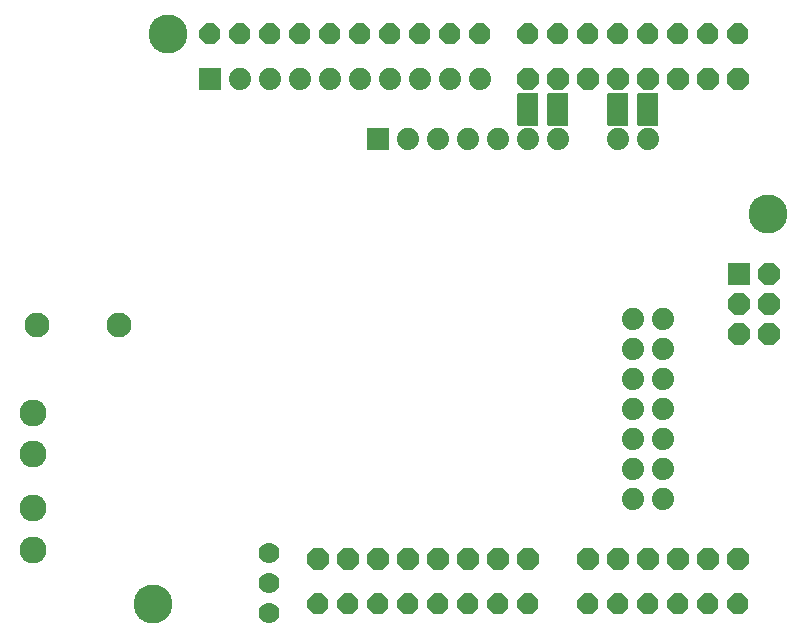
<source format=gbr>
G04 EAGLE Gerber RS-274X export*
G75*
%MOMM*%
%FSLAX34Y34*%
%LPD*%
%INSoldermask Bottom*%
%IPPOS*%
%AMOC8*
5,1,8,0,0,1.08239X$1,22.5*%
G01*
%ADD10C,3.301600*%
%ADD11P,1.924489X8X22.500000*%
%ADD12P,2.034460X8X22.500000*%
%ADD13R,1.879600X1.879600*%
%ADD14P,2.034460X8X292.500000*%
%ADD15C,1.879600*%
%ADD16P,2.034460X8X112.500000*%
%ADD17C,2.286000*%
%ADD18C,2.101600*%
%ADD19C,1.778000*%
%ADD20R,1.701800X1.270000*%
%ADD21R,0.304800X0.736600*%

G36*
X566538Y430546D02*
X566538Y430546D01*
X566657Y430553D01*
X566695Y430566D01*
X566736Y430571D01*
X566846Y430614D01*
X566959Y430651D01*
X566994Y430673D01*
X567031Y430688D01*
X567127Y430758D01*
X567228Y430821D01*
X567256Y430851D01*
X567289Y430874D01*
X567365Y430966D01*
X567446Y431053D01*
X567466Y431088D01*
X567491Y431119D01*
X567542Y431227D01*
X567600Y431331D01*
X567610Y431371D01*
X567627Y431407D01*
X567649Y431524D01*
X567679Y431639D01*
X567683Y431700D01*
X567687Y431720D01*
X567685Y431740D01*
X567689Y431800D01*
X567689Y457200D01*
X567674Y457318D01*
X567667Y457437D01*
X567654Y457475D01*
X567649Y457516D01*
X567606Y457626D01*
X567569Y457739D01*
X567547Y457774D01*
X567532Y457811D01*
X567463Y457907D01*
X567399Y458008D01*
X567369Y458036D01*
X567346Y458069D01*
X567254Y458145D01*
X567167Y458226D01*
X567132Y458246D01*
X567101Y458271D01*
X566993Y458322D01*
X566889Y458380D01*
X566849Y458390D01*
X566813Y458407D01*
X566696Y458429D01*
X566581Y458459D01*
X566521Y458463D01*
X566501Y458467D01*
X566480Y458465D01*
X566420Y458469D01*
X551180Y458469D01*
X551062Y458454D01*
X550943Y458447D01*
X550905Y458434D01*
X550864Y458429D01*
X550754Y458386D01*
X550641Y458349D01*
X550606Y458327D01*
X550569Y458312D01*
X550473Y458243D01*
X550372Y458179D01*
X550344Y458149D01*
X550311Y458126D01*
X550236Y458034D01*
X550154Y457947D01*
X550134Y457912D01*
X550109Y457881D01*
X550058Y457773D01*
X550000Y457669D01*
X549990Y457629D01*
X549973Y457593D01*
X549951Y457476D01*
X549921Y457361D01*
X549917Y457301D01*
X549913Y457281D01*
X549914Y457269D01*
X549913Y457266D01*
X549914Y457253D01*
X549911Y457200D01*
X549911Y431800D01*
X549926Y431682D01*
X549933Y431563D01*
X549946Y431525D01*
X549951Y431484D01*
X549994Y431374D01*
X550031Y431261D01*
X550053Y431226D01*
X550068Y431189D01*
X550138Y431093D01*
X550201Y430992D01*
X550231Y430964D01*
X550254Y430931D01*
X550346Y430856D01*
X550433Y430774D01*
X550468Y430754D01*
X550499Y430729D01*
X550607Y430678D01*
X550711Y430620D01*
X550751Y430610D01*
X550787Y430593D01*
X550904Y430571D01*
X551019Y430541D01*
X551080Y430537D01*
X551100Y430533D01*
X551120Y430535D01*
X551180Y430531D01*
X566420Y430531D01*
X566538Y430546D01*
G37*
G36*
X541138Y430546D02*
X541138Y430546D01*
X541257Y430553D01*
X541295Y430566D01*
X541336Y430571D01*
X541446Y430614D01*
X541559Y430651D01*
X541594Y430673D01*
X541631Y430688D01*
X541727Y430758D01*
X541828Y430821D01*
X541856Y430851D01*
X541889Y430874D01*
X541965Y430966D01*
X542046Y431053D01*
X542066Y431088D01*
X542091Y431119D01*
X542142Y431227D01*
X542200Y431331D01*
X542210Y431371D01*
X542227Y431407D01*
X542249Y431524D01*
X542279Y431639D01*
X542283Y431700D01*
X542287Y431720D01*
X542285Y431740D01*
X542289Y431800D01*
X542289Y457200D01*
X542274Y457318D01*
X542267Y457437D01*
X542254Y457475D01*
X542249Y457516D01*
X542206Y457626D01*
X542169Y457739D01*
X542147Y457774D01*
X542132Y457811D01*
X542063Y457907D01*
X541999Y458008D01*
X541969Y458036D01*
X541946Y458069D01*
X541854Y458145D01*
X541767Y458226D01*
X541732Y458246D01*
X541701Y458271D01*
X541593Y458322D01*
X541489Y458380D01*
X541449Y458390D01*
X541413Y458407D01*
X541296Y458429D01*
X541181Y458459D01*
X541121Y458463D01*
X541101Y458467D01*
X541080Y458465D01*
X541020Y458469D01*
X525780Y458469D01*
X525662Y458454D01*
X525543Y458447D01*
X525505Y458434D01*
X525464Y458429D01*
X525354Y458386D01*
X525241Y458349D01*
X525206Y458327D01*
X525169Y458312D01*
X525073Y458243D01*
X524972Y458179D01*
X524944Y458149D01*
X524911Y458126D01*
X524836Y458034D01*
X524754Y457947D01*
X524734Y457912D01*
X524709Y457881D01*
X524658Y457773D01*
X524600Y457669D01*
X524590Y457629D01*
X524573Y457593D01*
X524551Y457476D01*
X524521Y457361D01*
X524517Y457301D01*
X524513Y457281D01*
X524514Y457269D01*
X524513Y457266D01*
X524514Y457253D01*
X524511Y457200D01*
X524511Y431800D01*
X524526Y431682D01*
X524533Y431563D01*
X524546Y431525D01*
X524551Y431484D01*
X524594Y431374D01*
X524631Y431261D01*
X524653Y431226D01*
X524668Y431189D01*
X524738Y431093D01*
X524801Y430992D01*
X524831Y430964D01*
X524854Y430931D01*
X524946Y430856D01*
X525033Y430774D01*
X525068Y430754D01*
X525099Y430729D01*
X525207Y430678D01*
X525311Y430620D01*
X525351Y430610D01*
X525387Y430593D01*
X525504Y430571D01*
X525619Y430541D01*
X525680Y430537D01*
X525700Y430533D01*
X525720Y430535D01*
X525780Y430531D01*
X541020Y430531D01*
X541138Y430546D01*
G37*
G36*
X490338Y430546D02*
X490338Y430546D01*
X490457Y430553D01*
X490495Y430566D01*
X490536Y430571D01*
X490646Y430614D01*
X490759Y430651D01*
X490794Y430673D01*
X490831Y430688D01*
X490927Y430758D01*
X491028Y430821D01*
X491056Y430851D01*
X491089Y430874D01*
X491165Y430966D01*
X491246Y431053D01*
X491266Y431088D01*
X491291Y431119D01*
X491342Y431227D01*
X491400Y431331D01*
X491410Y431371D01*
X491427Y431407D01*
X491449Y431524D01*
X491479Y431639D01*
X491483Y431700D01*
X491487Y431720D01*
X491485Y431740D01*
X491489Y431800D01*
X491489Y457200D01*
X491474Y457318D01*
X491467Y457437D01*
X491454Y457475D01*
X491449Y457516D01*
X491406Y457626D01*
X491369Y457739D01*
X491347Y457774D01*
X491332Y457811D01*
X491263Y457907D01*
X491199Y458008D01*
X491169Y458036D01*
X491146Y458069D01*
X491054Y458145D01*
X490967Y458226D01*
X490932Y458246D01*
X490901Y458271D01*
X490793Y458322D01*
X490689Y458380D01*
X490649Y458390D01*
X490613Y458407D01*
X490496Y458429D01*
X490381Y458459D01*
X490321Y458463D01*
X490301Y458467D01*
X490280Y458465D01*
X490220Y458469D01*
X474980Y458469D01*
X474862Y458454D01*
X474743Y458447D01*
X474705Y458434D01*
X474664Y458429D01*
X474554Y458386D01*
X474441Y458349D01*
X474406Y458327D01*
X474369Y458312D01*
X474273Y458243D01*
X474172Y458179D01*
X474144Y458149D01*
X474111Y458126D01*
X474036Y458034D01*
X473954Y457947D01*
X473934Y457912D01*
X473909Y457881D01*
X473858Y457773D01*
X473800Y457669D01*
X473790Y457629D01*
X473773Y457593D01*
X473751Y457476D01*
X473721Y457361D01*
X473717Y457301D01*
X473713Y457281D01*
X473714Y457269D01*
X473713Y457266D01*
X473714Y457253D01*
X473711Y457200D01*
X473711Y431800D01*
X473726Y431682D01*
X473733Y431563D01*
X473746Y431525D01*
X473751Y431484D01*
X473794Y431374D01*
X473831Y431261D01*
X473853Y431226D01*
X473868Y431189D01*
X473938Y431093D01*
X474001Y430992D01*
X474031Y430964D01*
X474054Y430931D01*
X474146Y430856D01*
X474233Y430774D01*
X474268Y430754D01*
X474299Y430729D01*
X474407Y430678D01*
X474511Y430620D01*
X474551Y430610D01*
X474587Y430593D01*
X474704Y430571D01*
X474819Y430541D01*
X474880Y430537D01*
X474900Y430533D01*
X474920Y430535D01*
X474980Y430531D01*
X490220Y430531D01*
X490338Y430546D01*
G37*
G36*
X464938Y430546D02*
X464938Y430546D01*
X465057Y430553D01*
X465095Y430566D01*
X465136Y430571D01*
X465246Y430614D01*
X465359Y430651D01*
X465394Y430673D01*
X465431Y430688D01*
X465527Y430758D01*
X465628Y430821D01*
X465656Y430851D01*
X465689Y430874D01*
X465765Y430966D01*
X465846Y431053D01*
X465866Y431088D01*
X465891Y431119D01*
X465942Y431227D01*
X466000Y431331D01*
X466010Y431371D01*
X466027Y431407D01*
X466049Y431524D01*
X466079Y431639D01*
X466083Y431700D01*
X466087Y431720D01*
X466085Y431740D01*
X466089Y431800D01*
X466089Y457200D01*
X466074Y457318D01*
X466067Y457437D01*
X466054Y457475D01*
X466049Y457516D01*
X466006Y457626D01*
X465969Y457739D01*
X465947Y457774D01*
X465932Y457811D01*
X465863Y457907D01*
X465799Y458008D01*
X465769Y458036D01*
X465746Y458069D01*
X465654Y458145D01*
X465567Y458226D01*
X465532Y458246D01*
X465501Y458271D01*
X465393Y458322D01*
X465289Y458380D01*
X465249Y458390D01*
X465213Y458407D01*
X465096Y458429D01*
X464981Y458459D01*
X464921Y458463D01*
X464901Y458467D01*
X464880Y458465D01*
X464820Y458469D01*
X449580Y458469D01*
X449462Y458454D01*
X449343Y458447D01*
X449305Y458434D01*
X449264Y458429D01*
X449154Y458386D01*
X449041Y458349D01*
X449006Y458327D01*
X448969Y458312D01*
X448873Y458243D01*
X448772Y458179D01*
X448744Y458149D01*
X448711Y458126D01*
X448636Y458034D01*
X448554Y457947D01*
X448534Y457912D01*
X448509Y457881D01*
X448458Y457773D01*
X448400Y457669D01*
X448390Y457629D01*
X448373Y457593D01*
X448351Y457476D01*
X448321Y457361D01*
X448317Y457301D01*
X448313Y457281D01*
X448314Y457269D01*
X448313Y457266D01*
X448314Y457253D01*
X448311Y457200D01*
X448311Y431800D01*
X448326Y431682D01*
X448333Y431563D01*
X448346Y431525D01*
X448351Y431484D01*
X448394Y431374D01*
X448431Y431261D01*
X448453Y431226D01*
X448468Y431189D01*
X448538Y431093D01*
X448601Y430992D01*
X448631Y430964D01*
X448654Y430931D01*
X448746Y430856D01*
X448833Y430774D01*
X448868Y430754D01*
X448899Y430729D01*
X449007Y430678D01*
X449111Y430620D01*
X449151Y430610D01*
X449187Y430593D01*
X449304Y430571D01*
X449419Y430541D01*
X449480Y430537D01*
X449500Y430533D01*
X449520Y430535D01*
X449580Y430531D01*
X464820Y430531D01*
X464938Y430546D01*
G37*
D10*
X152400Y508000D03*
X139700Y25400D03*
X660400Y355600D03*
D11*
X533400Y508000D03*
X508000Y25400D03*
X558800Y508000D03*
X584200Y508000D03*
X609600Y508000D03*
X635000Y508000D03*
X508000Y508000D03*
X482600Y508000D03*
X457200Y508000D03*
X416560Y508000D03*
X391160Y508000D03*
X365760Y508000D03*
X340360Y508000D03*
X314960Y508000D03*
X289560Y508000D03*
X264160Y508000D03*
X238760Y508000D03*
X533400Y25400D03*
X558800Y25400D03*
X584200Y25400D03*
X609600Y25400D03*
X635000Y25400D03*
X457200Y25400D03*
X431800Y25400D03*
X406400Y25400D03*
X381000Y25400D03*
X355600Y25400D03*
X330200Y25400D03*
X213360Y508000D03*
X187960Y508000D03*
X304800Y25400D03*
X279400Y25400D03*
D12*
X661670Y279400D03*
X636270Y279400D03*
D13*
X636270Y304800D03*
D12*
X661670Y304800D03*
X661670Y254000D03*
X636270Y254000D03*
D14*
X457200Y63500D03*
X431800Y63500D03*
X406400Y63500D03*
X381000Y63500D03*
X355600Y63500D03*
X330200Y63500D03*
X304800Y63500D03*
X279400Y63500D03*
D13*
X187960Y469900D03*
D15*
X213360Y469900D03*
X238760Y469900D03*
X264160Y469900D03*
X289560Y469900D03*
X314960Y469900D03*
X340360Y469900D03*
X365760Y469900D03*
X391160Y469900D03*
X416560Y469900D03*
D16*
X457200Y469900D03*
X482600Y469900D03*
X508000Y469900D03*
X533400Y469900D03*
X558800Y469900D03*
X584200Y469900D03*
X609600Y469900D03*
X635000Y469900D03*
D14*
X635000Y63500D03*
X609600Y63500D03*
X584200Y63500D03*
X558800Y63500D03*
X533400Y63500D03*
X508000Y63500D03*
D15*
X571500Y114300D03*
X546100Y114300D03*
X571500Y139700D03*
X546100Y139700D03*
X571500Y165100D03*
X546100Y165100D03*
X571500Y190500D03*
X546100Y190500D03*
X571500Y215900D03*
X546100Y215900D03*
X571500Y241300D03*
X546100Y241300D03*
X571500Y266700D03*
X546100Y266700D03*
D17*
X38000Y152220D03*
X38000Y187220D03*
X38000Y71680D03*
X38000Y106680D03*
D18*
X41350Y261620D03*
X111350Y261620D03*
D19*
X238000Y18000D03*
X238000Y43400D03*
X238000Y68800D03*
D20*
X457200Y452120D03*
X457200Y436880D03*
D21*
X457200Y444500D03*
D20*
X482600Y452120D03*
X482600Y436880D03*
D21*
X482600Y444500D03*
D15*
X533400Y419100D03*
X558800Y419100D03*
D20*
X533400Y452120D03*
X533400Y436880D03*
D21*
X533400Y444500D03*
D20*
X558800Y452120D03*
X558800Y436880D03*
D21*
X558800Y444500D03*
D13*
X330200Y419100D03*
D15*
X355600Y419100D03*
X381000Y419100D03*
X406400Y419100D03*
X431800Y419100D03*
X457200Y419100D03*
X482600Y419100D03*
M02*

</source>
